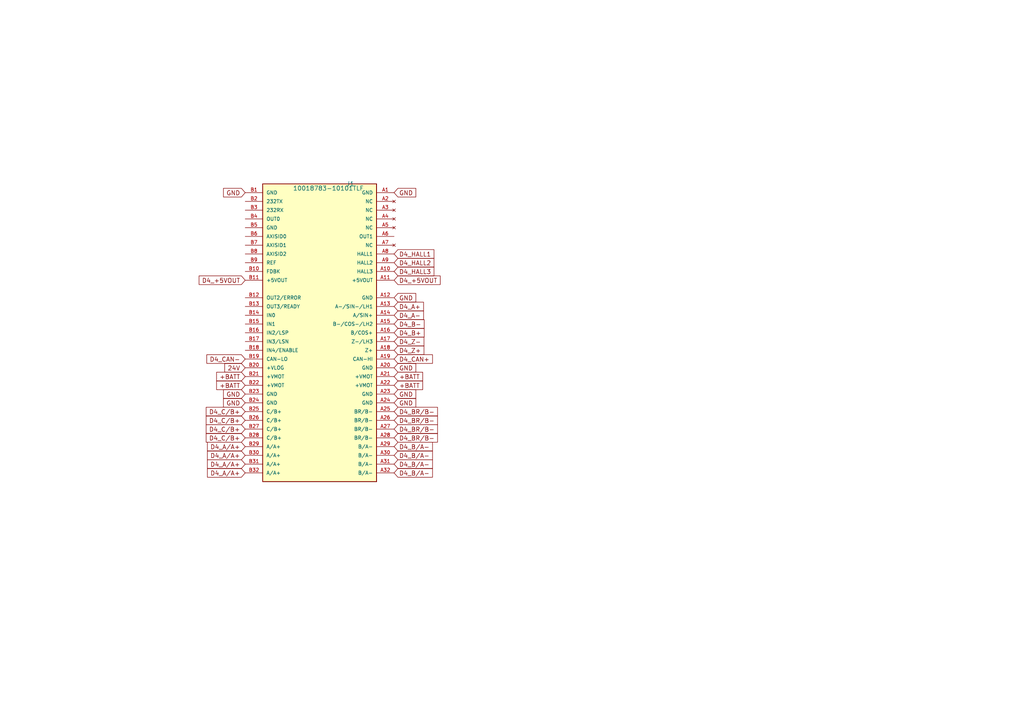
<source format=kicad_sch>
(kicad_sch (version 20231120) (generator "eeschema") (generator_version "8.0")
  (paper "A4")
  (lib_symbols
    (symbol "avid_symbols:10018783-10101TLF" (pin_names (offset 1.016))
      (property "Reference" "J" (at 16.51 48.895 0))
      (property "Value" "10018783-10101TLF" (at 16.51 -40.64 0))
      (symbol "10018783-10101TLF_0_0"
        (rectangle (start -16.51 -38.1) (end 16.51 48.26) (stroke (width 0.254)) (fill (type background)))
      )
      (symbol "10018783-10101TLF_1_0"
        (pin passive line (at 21.59 45.72 180) (length 5.08) (name "GND") (number "A1"))
        (pin passive line (at 21.59 22.86 180) (length 5.08) (name "HALL3") (number "A10"))
        (pin passive line (at 21.59 20.32 180) (length 5.08) (name "+5VOUT") (number "A11"))
        (pin passive line (at 21.59 15.24 180) (length 5.08) (name "GND") (number "A12"))
        (pin passive line (at 21.59 12.7 180) (length 5.08) (name "A-/SIN-/LH1") (number "A13"))
        (pin passive line (at 21.59 10.16 180) (length 5.08) (name "A/SIN+") (number "A14"))
        (pin passive line (at 21.59 7.62 180) (length 5.08) (name "B-/COS-/LH2") (number "A15"))
        (pin passive line (at 21.59 5.08 180) (length 5.08) (name "B/COS+") (number "A16"))
        (pin passive line (at 21.59 2.54 180) (length 5.08) (name "Z-/LH3") (number "A17"))
        (pin passive line (at 21.59 0 180) (length 5.08) (name "Z+") (number "A18"))
        (pin passive line (at 21.59 -2.54 180) (length 5.08) (name "CAN-HI") (number "A19"))
        (pin no_connect line (at 21.59 43.18 180) (length 5.08) (name "NC") (number "A2"))
        (pin passive line (at 21.59 -5.08 180) (length 5.08) (name "GND") (number "A20"))
        (pin passive line (at 21.59 -7.62 180) (length 5.08) (name "+VMOT") (number "A21"))
        (pin passive line (at 21.59 -10.16 180) (length 5.08) (name "+VMOT") (number "A22"))
        (pin passive line (at 21.59 -12.7 180) (length 5.08) (name "GND") (number "A23"))
        (pin passive line (at 21.59 -15.24 180) (length 5.08) (name "GND") (number "A24"))
        (pin passive line (at 21.59 -17.78 180) (length 5.08) (name "BR/B-") (number "A25"))
        (pin passive line (at 21.59 -20.32 180) (length 5.08) (name "BR/B-") (number "A26"))
        (pin passive line (at 21.59 -22.86 180) (length 5.08) (name "BR/B-") (number "A27"))
        (pin passive line (at 21.59 -25.4 180) (length 5.08) (name "BR/B-") (number "A28"))
        (pin passive line (at 21.59 -27.94 180) (length 5.08) (name "B/A-") (number "A29"))
        (pin no_connect line (at 21.59 40.64 180) (length 5.08) (name "NC") (number "A3"))
        (pin passive line (at 21.59 -30.48 180) (length 5.08) (name "B/A-") (number "A30"))
        (pin passive line (at 21.59 -33.02 180) (length 5.08) (name "B/A-") (number "A31"))
        (pin passive line (at 21.59 -35.56 180) (length 5.08) (name "B/A-") (number "A32"))
        (pin no_connect line (at 21.59 38.1 180) (length 5.08) (name "NC") (number "A4"))
        (pin no_connect line (at 21.59 35.56 180) (length 5.08) (name "NC") (number "A5"))
        (pin passive line (at 21.59 33.02 180) (length 5.08) (name "OUT1") (number "A6"))
        (pin no_connect line (at 21.59 30.48 180) (length 5.08) (name "NC") (number "A7"))
        (pin passive line (at 21.59 27.94 180) (length 5.08) (name "HALL1") (number "A8"))
        (pin passive line (at 21.59 25.4 180) (length 5.08) (name "HALL2") (number "A9"))
        (pin passive line (at -21.59 45.72 0) (length 5.08) (name "GND") (number "B1"))
        (pin passive line (at -21.59 22.86 0) (length 5.08) (name "FDBK") (number "B10"))
        (pin passive line (at -21.59 20.32 0) (length 5.08) (name "+5VOUT") (number "B11"))
        (pin passive line (at -21.59 15.24 0) (length 5.08) (name "OUT2/ERROR") (number "B12"))
        (pin passive line (at -21.59 12.7 0) (length 5.08) (name "OUT3/READY") (number "B13"))
        (pin passive line (at -21.59 10.16 0) (length 5.08) (name "IN0") (number "B14"))
        (pin passive line (at -21.59 7.62 0) (length 5.08) (name "IN1") (number "B15"))
        (pin passive line (at -21.59 5.08 0) (length 5.08) (name "IN2/LSP") (number "B16"))
        (pin passive line (at -21.59 2.54 0) (length 5.08) (name "IN3/LSN") (number "B17"))
        (pin passive line (at -21.59 0 0) (length 5.08) (name "IN4/ENABLE") (number "B18"))
        (pin passive line (at -21.59 -2.54 0) (length 5.08) (name "CAN-LO") (number "B19"))
        (pin passive line (at -21.59 43.18 0) (length 5.08) (name "232TX") (number "B2"))
        (pin passive line (at -21.59 -5.08 0) (length 5.08) (name "+VLOG") (number "B20"))
        (pin passive line (at -21.59 -7.62 0) (length 5.08) (name "+VMOT") (number "B21"))
        (pin passive line (at -21.59 -10.16 0) (length 5.08) (name "+VMOT") (number "B22"))
        (pin passive line (at -21.59 -12.7 0) (length 5.08) (name "GND") (number "B23"))
        (pin passive line (at -21.59 -15.24 0) (length 5.08) (name "GND") (number "B24"))
        (pin passive line (at -21.59 -17.78 0) (length 5.08) (name "C/B+") (number "B25"))
        (pin passive line (at -21.59 -20.32 0) (length 5.08) (name "C/B+") (number "B26"))
        (pin passive line (at -21.59 -22.86 0) (length 5.08) (name "C/B+") (number "B27"))
        (pin passive line (at -21.59 -25.4 0) (length 5.08) (name "C/B+") (number "B28"))
        (pin passive line (at -21.59 -27.94 0) (length 5.08) (name "A/A+") (number "B29"))
        (pin passive line (at -21.59 40.64 0) (length 5.08) (name "232RX") (number "B3"))
        (pin passive line (at -21.59 -30.48 0) (length 5.08) (name "A/A+") (number "B30"))
        (pin passive line (at -21.59 -33.02 0) (length 5.08) (name "A/A+") (number "B31"))
        (pin passive line (at -21.59 -35.56 0) (length 5.08) (name "A/A+") (number "B32"))
        (pin passive line (at -21.59 38.1 0) (length 5.08) (name "OUT0") (number "B4"))
        (pin passive line (at -21.59 35.56 0) (length 5.08) (name "GND") (number "B5"))
        (pin passive line (at -21.59 33.02 0) (length 5.08) (name "AXISID0") (number "B6"))
        (pin passive line (at -21.59 30.48 0) (length 5.08) (name "AXISID1") (number "B7"))
        (pin passive line (at -21.59 27.94 0) (length 5.08) (name "AXISID2") (number "B8"))
        (pin passive line (at -21.59 25.4 0) (length 5.08) (name "REF") (number "B9"))
      )
    )
  )
  (global_label "D4_C{slash}B+" (shape input) (at 71.12 127 180) (property "Intersheetrefs" "${INTERSHEET_REFS}" (effects (hide yes))))
  (global_label "D4_+5VOUT" (shape input) (at 114.3 81.28 0) (property "Intersheetrefs" "${INTERSHEET_REFS}" (effects (hide yes))))
  (global_label "GND" (shape input) (at 71.12 116.84 180) (property "Intersheetrefs" "${INTERSHEET_REFS}" (effects (hide yes))))
  (global_label "D4_BR{slash}B-" (shape input) (at 114.3 124.46 0) (property "Intersheetrefs" "${INTERSHEET_REFS}" (effects (hide yes))))
  (global_label "D4_Z+" (shape input) (at 114.3 101.6 0) (property "Intersheetrefs" "${INTERSHEET_REFS}" (effects (hide yes))))
  (global_label "D4_CAN+" (shape input) (at 114.3 104.14 0) (property "Intersheetrefs" "${INTERSHEET_REFS}" (effects (hide yes))))
  (global_label "GND" (shape input) (at 114.3 55.88 0) (property "Intersheetrefs" "${INTERSHEET_REFS}" (effects (hide yes))))
  (global_label "GND" (shape input) (at 114.3 116.84 0) (property "Intersheetrefs" "${INTERSHEET_REFS}" (effects (hide yes))))
  (global_label "D4_B{slash}A-" (shape input) (at 114.3 134.62 0) (property "Intersheetrefs" "${INTERSHEET_REFS}" (effects (hide yes))))
  (global_label "D4_B{slash}A-" (shape input) (at 114.3 129.54 0) (property "Intersheetrefs" "${INTERSHEET_REFS}" (effects (hide yes))))
  (global_label "GND" (shape input) (at 114.3 114.3 0) (property "Intersheetrefs" "${INTERSHEET_REFS}" (effects (hide yes))))
  (global_label "D4_CAN-" (shape input) (at 71.12 104.14 180) (property "Intersheetrefs" "${INTERSHEET_REFS}" (effects (hide yes))))
  (global_label "GND" (shape input) (at 114.3 106.68 0) (property "Intersheetrefs" "${INTERSHEET_REFS}" (effects (hide yes))))
  (global_label "D4_BR{slash}B-" (shape input) (at 114.3 119.38 0) (property "Intersheetrefs" "${INTERSHEET_REFS}" (effects (hide yes))))
  (global_label "D4_A+" (shape input) (at 114.3 88.9 0) (property "Intersheetrefs" "${INTERSHEET_REFS}" (effects (hide yes))))
  (global_label "D4_A-" (shape input) (at 114.3 91.44 0) (property "Intersheetrefs" "${INTERSHEET_REFS}" (effects (hide yes))))
  (global_label "D4_+5VOUT" (shape input) (at 71.12 81.28 180) (property "Intersheetrefs" "${INTERSHEET_REFS}" (effects (hide yes))))
  (global_label "D4_C{slash}B+" (shape input) (at 71.12 121.92 180) (property "Intersheetrefs" "${INTERSHEET_REFS}" (effects (hide yes))))
  (global_label "+BATT" (shape input) (at 71.12 111.76 180) (property "Intersheetrefs" "${INTERSHEET_REFS}" (effects (hide yes))))
  (global_label "D4_A{slash}A+" (shape input) (at 71.12 134.62 180) (property "Intersheetrefs" "${INTERSHEET_REFS}" (effects (hide yes))))
  (global_label "GND" (shape input) (at 114.3 86.36 0) (property "Intersheetrefs" "${INTERSHEET_REFS}" (effects (hide yes))))
  (global_label "D4_Z-" (shape input) (at 114.3 99.06 0) (property "Intersheetrefs" "${INTERSHEET_REFS}" (effects (hide yes))))
  (global_label "D4_HALL2" (shape input) (at 114.3 76.2 0) (property "Intersheetrefs" "${INTERSHEET_REFS}" (effects (hide yes))))
  (global_label "D4_B+" (shape input) (at 114.3 96.52 0) (property "Intersheetrefs" "${INTERSHEET_REFS}" (effects (hide yes))))
  (global_label "D4_B{slash}A-" (shape input) (at 114.3 137.16 0) (property "Intersheetrefs" "${INTERSHEET_REFS}" (effects (hide yes))))
  (global_label "D4_BR{slash}B-" (shape input) (at 114.3 121.92 0) (property "Intersheetrefs" "${INTERSHEET_REFS}" (effects (hide yes))))
  (global_label "D4_B{slash}A-" (shape input) (at 114.3 132.08 0) (property "Intersheetrefs" "${INTERSHEET_REFS}" (effects (hide yes))))
  (global_label "D4_A{slash}A+" (shape input) (at 71.12 129.54 180) (property "Intersheetrefs" "${INTERSHEET_REFS}" (effects (hide yes))))
  (global_label "D4_HALL3" (shape input) (at 114.3 78.74 0) (property "Intersheetrefs" "${INTERSHEET_REFS}" (effects (hide yes))))
  (global_label "D4_A{slash}A+" (shape input) (at 71.12 132.08 180) (property "Intersheetrefs" "${INTERSHEET_REFS}" (effects (hide yes))))
  (global_label "D4_C{slash}B+" (shape input) (at 71.12 124.46 180) (property "Intersheetrefs" "${INTERSHEET_REFS}" (effects (hide yes))))
  (global_label "GND" (shape input) (at 71.12 55.88 180) (property "Intersheetrefs" "${INTERSHEET_REFS}" (effects (hide yes))))
  (global_label "24V" (shape input) (at 71.12 106.68 180) (property "Intersheetrefs" "${INTERSHEET_REFS}" (effects (hide yes))))
  (global_label "+BATT" (shape input) (at 71.12 109.22 180) (property "Intersheetrefs" "${INTERSHEET_REFS}" (effects (hide yes))))
  (global_label "D4_C{slash}B+" (shape input) (at 71.12 119.38 180) (property "Intersheetrefs" "${INTERSHEET_REFS}" (effects (hide yes))))
  (global_label "D4_B-" (shape input) (at 114.3 93.98 0) (property "Intersheetrefs" "${INTERSHEET_REFS}" (effects (hide yes))))
  (global_label "D4_BR{slash}B-" (shape input) (at 114.3 127 0) (property "Intersheetrefs" "${INTERSHEET_REFS}" (effects (hide yes))))
  (global_label "GND" (shape input) (at 71.12 114.3 180) (property "Intersheetrefs" "${INTERSHEET_REFS}" (effects (hide yes))))
  (global_label "+BATT" (shape input) (at 114.3 109.22 0) (property "Intersheetrefs" "${INTERSHEET_REFS}" (effects (hide yes))))
  (global_label "+BATT" (shape input) (at 114.3 111.76 0) (property "Intersheetrefs" "${INTERSHEET_REFS}" (effects (hide yes))))
  (global_label "D4_A{slash}A+" (shape input) (at 71.12 137.16 180) (property "Intersheetrefs" "${INTERSHEET_REFS}" (effects (hide yes))))
  (global_label "D4_HALL1" (shape input) (at 114.3 73.66 0) (property "Intersheetrefs" "${INTERSHEET_REFS}" (effects (hide yes))))
  (symbol (lib_id "avid_symbols:10018783-10101TLF") (at 92.71 101.6 0) (unit 1)
    (property "Reference" "J1" (at 101.6 53.34 0))
    (property "Value" "10018783-10101TLF" (at 95.25 54.61 0))
    (property "Footprint" "10018783-10101TLF:AMPHENOL_10018783-10101TLF" (effects (hide yes)))
    (property "PARTREV" "AA" (effects (hide yes)))
    (property "STANDARD" "Manufacturer Recommendations" (effects (hide yes)))
    (property "MAXIMUM_PACKAGE_HEIGHT" "11.25 mm" (effects (hide yes)))
    (property "MANUFACTURER" "Amphenol" (effects (hide yes)))
  )
)
</source>
